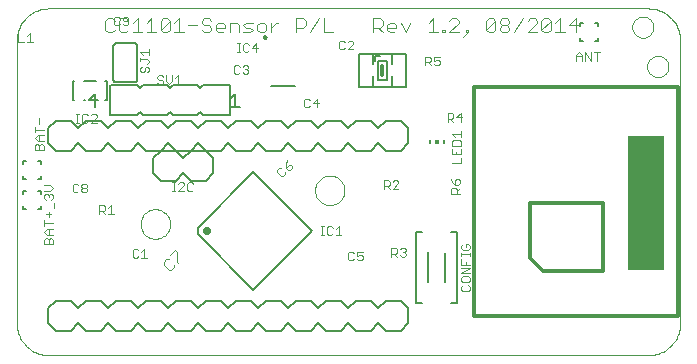
<source format=gto>
G75*
%MOIN*%
%OFA0B0*%
%FSLAX24Y24*%
%IPPOS*%
%LPD*%
%AMOC8*
5,1,8,0,0,1.08239X$1,22.5*
%
%ADD10C,0.0040*%
%ADD11C,0.0000*%
%ADD12C,0.0001*%
%ADD13C,0.0070*%
%ADD14C,0.0283*%
%ADD15C,0.0030*%
%ADD16C,0.0120*%
%ADD17R,0.1187X0.4500*%
%ADD18R,0.0059X0.0118*%
%ADD19R,0.0118X0.0118*%
%ADD20C,0.0050*%
%ADD21C,0.0080*%
%ADD22C,0.0060*%
D10*
X015130Y010797D02*
X015284Y010950D01*
X015207Y010950D01*
X015207Y011027D01*
X015284Y011027D01*
X015284Y010950D01*
X014977Y010950D02*
X014670Y010950D01*
X014977Y011257D01*
X014977Y011334D01*
X014900Y011410D01*
X014746Y011410D01*
X014670Y011334D01*
X014516Y011027D02*
X014516Y010950D01*
X014439Y010950D01*
X014439Y011027D01*
X014516Y011027D01*
X014286Y010950D02*
X013979Y010950D01*
X014133Y010950D02*
X014133Y011410D01*
X013979Y011257D01*
X013365Y011257D02*
X013212Y010950D01*
X013058Y011257D01*
X012905Y011180D02*
X012905Y011103D01*
X012598Y011103D01*
X012598Y011027D02*
X012598Y011180D01*
X012675Y011257D01*
X012828Y011257D01*
X012905Y011180D01*
X012675Y010950D02*
X012598Y011027D01*
X012675Y010950D02*
X012828Y010950D01*
X012444Y010950D02*
X012291Y011103D01*
X012368Y011103D02*
X012138Y011103D01*
X012138Y010950D02*
X012138Y011410D01*
X012368Y011410D01*
X012444Y011334D01*
X012444Y011180D01*
X012368Y011103D01*
X010796Y010950D02*
X010490Y010950D01*
X010490Y011410D01*
X010336Y011410D02*
X010029Y010950D01*
X009799Y011103D02*
X009569Y011103D01*
X009569Y010950D02*
X009569Y011410D01*
X009799Y011410D01*
X009876Y011334D01*
X009876Y011180D01*
X009799Y011103D01*
X008955Y011257D02*
X008878Y011257D01*
X008725Y011103D01*
X008725Y010950D02*
X008725Y011257D01*
X008571Y011180D02*
X008495Y011257D01*
X008341Y011257D01*
X008264Y011180D01*
X008264Y011027D01*
X008341Y010950D01*
X008495Y010950D01*
X008571Y011027D01*
X008571Y011180D01*
X008111Y011257D02*
X007881Y011257D01*
X007804Y011180D01*
X007881Y011103D01*
X008034Y011103D01*
X008111Y011027D01*
X008034Y010950D01*
X007804Y010950D01*
X007650Y010950D02*
X007650Y011180D01*
X007574Y011257D01*
X007344Y011257D01*
X007344Y010950D01*
X007190Y011103D02*
X006883Y011103D01*
X006883Y011027D02*
X006883Y011180D01*
X006960Y011257D01*
X007113Y011257D01*
X007190Y011180D01*
X007190Y011103D01*
X007113Y010950D02*
X006960Y010950D01*
X006883Y011027D01*
X006730Y011027D02*
X006653Y010950D01*
X006500Y010950D01*
X006423Y011027D01*
X006500Y011180D02*
X006653Y011180D01*
X006730Y011103D01*
X006730Y011027D01*
X006500Y011180D02*
X006423Y011257D01*
X006423Y011334D01*
X006500Y011410D01*
X006653Y011410D01*
X006730Y011334D01*
X006269Y011180D02*
X005962Y011180D01*
X005809Y010950D02*
X005502Y010950D01*
X005655Y010950D02*
X005655Y011410D01*
X005502Y011257D01*
X005349Y011334D02*
X005272Y011410D01*
X005118Y011410D01*
X005042Y011334D01*
X005042Y011027D01*
X005349Y011334D01*
X005349Y011027D01*
X005272Y010950D01*
X005118Y010950D01*
X005042Y011027D01*
X004888Y010950D02*
X004581Y010950D01*
X004428Y010950D02*
X004121Y010950D01*
X004274Y010950D02*
X004274Y011410D01*
X004121Y011257D01*
X003967Y011334D02*
X003891Y011410D01*
X003737Y011410D01*
X003660Y011334D01*
X003660Y011027D01*
X003737Y010950D01*
X003891Y010950D01*
X003967Y011027D01*
X003507Y011027D02*
X003430Y010950D01*
X003277Y010950D01*
X003200Y011027D01*
X003200Y011334D01*
X003277Y011410D01*
X003430Y011410D01*
X003507Y011334D01*
X004581Y011257D02*
X004735Y011410D01*
X004735Y010950D01*
X015897Y011027D02*
X016204Y011334D01*
X016204Y011027D01*
X016128Y010950D01*
X015974Y010950D01*
X015897Y011027D01*
X015897Y011334D01*
X015974Y011410D01*
X016128Y011410D01*
X016204Y011334D01*
X016358Y011334D02*
X016358Y011257D01*
X016435Y011180D01*
X016588Y011180D01*
X016665Y011103D01*
X016665Y011027D01*
X016588Y010950D01*
X016435Y010950D01*
X016358Y011027D01*
X016358Y011103D01*
X016435Y011180D01*
X016588Y011180D02*
X016665Y011257D01*
X016665Y011334D01*
X016588Y011410D01*
X016435Y011410D01*
X016358Y011334D01*
X016818Y010950D02*
X017125Y011410D01*
X017279Y011334D02*
X017355Y011410D01*
X017509Y011410D01*
X017585Y011334D01*
X017585Y011257D01*
X017279Y010950D01*
X017585Y010950D01*
X017739Y011027D02*
X018046Y011334D01*
X018046Y011027D01*
X017969Y010950D01*
X017816Y010950D01*
X017739Y011027D01*
X017739Y011334D01*
X017816Y011410D01*
X017969Y011410D01*
X018046Y011334D01*
X018199Y011257D02*
X018353Y011410D01*
X018353Y010950D01*
X018506Y010950D02*
X018199Y010950D01*
X018660Y011180D02*
X018967Y011180D01*
X018890Y010950D02*
X018890Y011410D01*
X018660Y011180D01*
D11*
X021305Y000180D02*
X001305Y000180D01*
X000243Y001243D02*
X000243Y010680D01*
X001305Y011743D02*
X021305Y011743D01*
X020764Y011118D02*
X020766Y011155D01*
X020772Y011192D01*
X020781Y011227D01*
X020795Y011262D01*
X020811Y011295D01*
X020832Y011326D01*
X020855Y011355D01*
X020881Y011381D01*
X020910Y011404D01*
X020941Y011425D01*
X020974Y011441D01*
X021009Y011455D01*
X021044Y011464D01*
X021081Y011470D01*
X021118Y011472D01*
X021155Y011470D01*
X021192Y011464D01*
X021227Y011455D01*
X021262Y011441D01*
X021295Y011425D01*
X021326Y011404D01*
X021355Y011381D01*
X021381Y011355D01*
X021404Y011326D01*
X021425Y011295D01*
X021441Y011262D01*
X021455Y011227D01*
X021464Y011192D01*
X021470Y011155D01*
X021472Y011118D01*
X021470Y011081D01*
X021464Y011044D01*
X021455Y011009D01*
X021441Y010974D01*
X021425Y010941D01*
X021404Y010910D01*
X021381Y010881D01*
X021355Y010855D01*
X021326Y010832D01*
X021295Y010811D01*
X021262Y010795D01*
X021227Y010781D01*
X021192Y010772D01*
X021155Y010766D01*
X021118Y010764D01*
X021081Y010766D01*
X021044Y010772D01*
X021009Y010781D01*
X020974Y010795D01*
X020941Y010811D01*
X020910Y010832D01*
X020881Y010855D01*
X020855Y010881D01*
X020832Y010910D01*
X020811Y010941D01*
X020795Y010974D01*
X020781Y011009D01*
X020772Y011044D01*
X020766Y011081D01*
X020764Y011118D01*
X022368Y010680D02*
X022368Y001243D01*
X010188Y005680D02*
X010190Y005724D01*
X010196Y005768D01*
X010206Y005811D01*
X010219Y005853D01*
X010237Y005893D01*
X010258Y005932D01*
X010282Y005969D01*
X010309Y006004D01*
X010340Y006036D01*
X010373Y006065D01*
X010409Y006091D01*
X010447Y006113D01*
X010487Y006132D01*
X010528Y006148D01*
X010571Y006160D01*
X010614Y006168D01*
X010658Y006172D01*
X010702Y006172D01*
X010746Y006168D01*
X010789Y006160D01*
X010832Y006148D01*
X010873Y006132D01*
X010913Y006113D01*
X010951Y006091D01*
X010987Y006065D01*
X011020Y006036D01*
X011051Y006004D01*
X011078Y005969D01*
X011102Y005932D01*
X011123Y005893D01*
X011141Y005853D01*
X011154Y005811D01*
X011164Y005768D01*
X011170Y005724D01*
X011172Y005680D01*
X011170Y005636D01*
X011164Y005592D01*
X011154Y005549D01*
X011141Y005507D01*
X011123Y005467D01*
X011102Y005428D01*
X011078Y005391D01*
X011051Y005356D01*
X011020Y005324D01*
X010987Y005295D01*
X010951Y005269D01*
X010913Y005247D01*
X010873Y005228D01*
X010832Y005212D01*
X010789Y005200D01*
X010746Y005192D01*
X010702Y005188D01*
X010658Y005188D01*
X010614Y005192D01*
X010571Y005200D01*
X010528Y005212D01*
X010487Y005228D01*
X010447Y005247D01*
X010409Y005269D01*
X010373Y005295D01*
X010340Y005324D01*
X010309Y005356D01*
X010282Y005391D01*
X010258Y005428D01*
X010237Y005467D01*
X010219Y005507D01*
X010206Y005549D01*
X010196Y005592D01*
X010190Y005636D01*
X010188Y005680D01*
X004376Y004555D02*
X004378Y004599D01*
X004384Y004643D01*
X004394Y004686D01*
X004407Y004728D01*
X004425Y004768D01*
X004446Y004807D01*
X004470Y004844D01*
X004497Y004879D01*
X004528Y004911D01*
X004561Y004940D01*
X004597Y004966D01*
X004635Y004988D01*
X004675Y005007D01*
X004716Y005023D01*
X004759Y005035D01*
X004802Y005043D01*
X004846Y005047D01*
X004890Y005047D01*
X004934Y005043D01*
X004977Y005035D01*
X005020Y005023D01*
X005061Y005007D01*
X005101Y004988D01*
X005139Y004966D01*
X005175Y004940D01*
X005208Y004911D01*
X005239Y004879D01*
X005266Y004844D01*
X005290Y004807D01*
X005311Y004768D01*
X005329Y004728D01*
X005342Y004686D01*
X005352Y004643D01*
X005358Y004599D01*
X005360Y004555D01*
X005358Y004511D01*
X005352Y004467D01*
X005342Y004424D01*
X005329Y004382D01*
X005311Y004342D01*
X005290Y004303D01*
X005266Y004266D01*
X005239Y004231D01*
X005208Y004199D01*
X005175Y004170D01*
X005139Y004144D01*
X005101Y004122D01*
X005061Y004103D01*
X005020Y004087D01*
X004977Y004075D01*
X004934Y004067D01*
X004890Y004063D01*
X004846Y004063D01*
X004802Y004067D01*
X004759Y004075D01*
X004716Y004087D01*
X004675Y004103D01*
X004635Y004122D01*
X004597Y004144D01*
X004561Y004170D01*
X004528Y004199D01*
X004497Y004231D01*
X004470Y004266D01*
X004446Y004303D01*
X004425Y004342D01*
X004407Y004382D01*
X004394Y004424D01*
X004384Y004467D01*
X004378Y004511D01*
X004376Y004555D01*
X021264Y009805D02*
X021266Y009842D01*
X021272Y009879D01*
X021281Y009914D01*
X021295Y009949D01*
X021311Y009982D01*
X021332Y010013D01*
X021355Y010042D01*
X021381Y010068D01*
X021410Y010091D01*
X021441Y010112D01*
X021474Y010128D01*
X021509Y010142D01*
X021544Y010151D01*
X021581Y010157D01*
X021618Y010159D01*
X021655Y010157D01*
X021692Y010151D01*
X021727Y010142D01*
X021762Y010128D01*
X021795Y010112D01*
X021826Y010091D01*
X021855Y010068D01*
X021881Y010042D01*
X021904Y010013D01*
X021925Y009982D01*
X021941Y009949D01*
X021955Y009914D01*
X021964Y009879D01*
X021970Y009842D01*
X021972Y009805D01*
X021970Y009768D01*
X021964Y009731D01*
X021955Y009696D01*
X021941Y009661D01*
X021925Y009628D01*
X021904Y009597D01*
X021881Y009568D01*
X021855Y009542D01*
X021826Y009519D01*
X021795Y009498D01*
X021762Y009482D01*
X021727Y009468D01*
X021692Y009459D01*
X021655Y009453D01*
X021618Y009451D01*
X021581Y009453D01*
X021544Y009459D01*
X021509Y009468D01*
X021474Y009482D01*
X021441Y009498D01*
X021410Y009519D01*
X021381Y009542D01*
X021355Y009568D01*
X021332Y009597D01*
X021311Y009628D01*
X021295Y009661D01*
X021281Y009696D01*
X021272Y009731D01*
X021266Y009768D01*
X021264Y009805D01*
D12*
X022367Y010680D02*
X022364Y010744D01*
X022357Y010807D01*
X022347Y010870D01*
X022333Y010933D01*
X022315Y010994D01*
X022294Y011054D01*
X022269Y011113D01*
X022241Y011170D01*
X022209Y011226D01*
X022174Y011279D01*
X022136Y011331D01*
X022095Y011380D01*
X022051Y011426D01*
X022005Y011470D01*
X021956Y011511D01*
X021904Y011549D01*
X021851Y011584D01*
X021795Y011616D01*
X021738Y011644D01*
X021679Y011669D01*
X021619Y011690D01*
X021558Y011708D01*
X021495Y011722D01*
X021432Y011732D01*
X021369Y011739D01*
X021305Y011742D01*
X001305Y011742D02*
X001241Y011739D01*
X001178Y011732D01*
X001115Y011722D01*
X001052Y011708D01*
X000991Y011690D01*
X000931Y011669D01*
X000872Y011644D01*
X000815Y011616D01*
X000759Y011584D01*
X000706Y011549D01*
X000654Y011511D01*
X000605Y011470D01*
X000559Y011426D01*
X000515Y011380D01*
X000474Y011331D01*
X000436Y011279D01*
X000401Y011226D01*
X000369Y011170D01*
X000341Y011113D01*
X000316Y011054D01*
X000295Y010994D01*
X000277Y010933D01*
X000263Y010870D01*
X000253Y010807D01*
X000246Y010744D01*
X000243Y010680D01*
X000243Y001242D02*
X000246Y001178D01*
X000253Y001115D01*
X000263Y001052D01*
X000277Y000989D01*
X000295Y000928D01*
X000316Y000868D01*
X000341Y000809D01*
X000369Y000752D01*
X000401Y000696D01*
X000436Y000643D01*
X000474Y000591D01*
X000515Y000542D01*
X000559Y000496D01*
X000605Y000452D01*
X000654Y000411D01*
X000706Y000373D01*
X000759Y000338D01*
X000815Y000306D01*
X000872Y000278D01*
X000931Y000253D01*
X000991Y000232D01*
X001052Y000214D01*
X001115Y000200D01*
X001178Y000190D01*
X001241Y000183D01*
X001305Y000180D01*
X021305Y000180D02*
X021369Y000183D01*
X021432Y000190D01*
X021495Y000200D01*
X021558Y000214D01*
X021619Y000232D01*
X021679Y000253D01*
X021738Y000278D01*
X021795Y000306D01*
X021851Y000338D01*
X021904Y000373D01*
X021956Y000411D01*
X022005Y000452D01*
X022051Y000496D01*
X022095Y000542D01*
X022136Y000591D01*
X022174Y000643D01*
X022209Y000696D01*
X022241Y000752D01*
X022269Y000809D01*
X022294Y000868D01*
X022315Y000928D01*
X022333Y000989D01*
X022347Y001052D01*
X022357Y001115D01*
X022364Y001178D01*
X022367Y001242D01*
D13*
X010084Y004325D02*
X008133Y002373D01*
X006280Y004226D01*
X006280Y004423D01*
X008133Y006276D01*
X010084Y004325D01*
D14*
X006605Y004325D03*
D15*
X005575Y003638D02*
X005531Y003682D01*
X005357Y003507D01*
X005314Y003378D02*
X005227Y003378D01*
X005140Y003291D01*
X005140Y003203D01*
X005314Y003029D01*
X005402Y003029D01*
X005489Y003116D01*
X005489Y003203D01*
X005575Y003289D02*
X005618Y003246D01*
X005575Y003289D02*
X005575Y003638D01*
X004594Y003438D02*
X004400Y003438D01*
X004497Y003438D02*
X004497Y003728D01*
X004400Y003631D01*
X004299Y003679D02*
X004251Y003728D01*
X004154Y003728D01*
X004106Y003679D01*
X004106Y003486D01*
X004154Y003438D01*
X004251Y003438D01*
X004299Y003486D01*
X003488Y004885D02*
X003295Y004885D01*
X003391Y004885D02*
X003391Y005175D01*
X003295Y005078D01*
X003193Y005030D02*
X003145Y004982D01*
X003000Y004982D01*
X003097Y004982D02*
X003193Y004885D01*
X003193Y005030D02*
X003193Y005127D01*
X003145Y005175D01*
X003000Y005175D01*
X003000Y004885D01*
X002545Y005613D02*
X002449Y005613D01*
X002400Y005661D01*
X002400Y005709D01*
X002449Y005758D01*
X002545Y005758D01*
X002594Y005709D01*
X002594Y005661D01*
X002545Y005613D01*
X002545Y005758D02*
X002594Y005806D01*
X002594Y005854D01*
X002545Y005903D01*
X002449Y005903D01*
X002400Y005854D01*
X002400Y005806D01*
X002449Y005758D01*
X002299Y005854D02*
X002251Y005903D01*
X002154Y005903D01*
X002106Y005854D01*
X002106Y005661D01*
X002154Y005613D01*
X002251Y005613D01*
X002299Y005661D01*
X001453Y005760D02*
X001356Y005856D01*
X001162Y005856D01*
X001356Y005663D02*
X001453Y005760D01*
X001356Y005663D02*
X001162Y005663D01*
X001211Y005562D02*
X001259Y005562D01*
X001307Y005513D01*
X001356Y005562D01*
X001404Y005562D01*
X001453Y005513D01*
X001453Y005417D01*
X001404Y005368D01*
X001307Y005465D02*
X001307Y005513D01*
X001211Y005562D02*
X001162Y005513D01*
X001162Y005417D01*
X001211Y005368D01*
X001501Y005267D02*
X001501Y005074D01*
X001307Y004972D02*
X001307Y004779D01*
X001211Y004876D02*
X001404Y004876D01*
X001162Y004678D02*
X001162Y004484D01*
X001162Y004581D02*
X001453Y004581D01*
X001453Y004383D02*
X001259Y004383D01*
X001162Y004286D01*
X001259Y004190D01*
X001453Y004190D01*
X001404Y004088D02*
X001356Y004088D01*
X001307Y004040D01*
X001307Y003895D01*
X001162Y003895D02*
X001162Y004040D01*
X001211Y004088D01*
X001259Y004088D01*
X001307Y004040D01*
X001404Y004088D02*
X001453Y004040D01*
X001453Y003895D01*
X001162Y003895D01*
X001307Y004190D02*
X001307Y004383D01*
X005439Y005655D02*
X005536Y005655D01*
X005488Y005655D02*
X005488Y005945D01*
X005536Y005945D02*
X005439Y005945D01*
X005636Y005897D02*
X005684Y005945D01*
X005781Y005945D01*
X005829Y005897D01*
X005829Y005848D01*
X005636Y005655D01*
X005829Y005655D01*
X005930Y005703D02*
X005979Y005655D01*
X006075Y005655D01*
X006124Y005703D01*
X005930Y005703D02*
X005930Y005897D01*
X005979Y005945D01*
X006075Y005945D01*
X006124Y005897D01*
X008929Y006295D02*
X009066Y006158D01*
X009134Y006158D01*
X009203Y006227D01*
X009203Y006295D01*
X009274Y006367D02*
X009343Y006367D01*
X009411Y006435D01*
X009411Y006503D01*
X009377Y006538D01*
X009309Y006538D01*
X009206Y006435D01*
X009274Y006367D01*
X009206Y006435D02*
X009206Y006572D01*
X009240Y006674D01*
X009066Y006432D02*
X008998Y006432D01*
X008929Y006364D01*
X008929Y006295D01*
X012483Y006010D02*
X012483Y005720D01*
X012483Y005817D02*
X012628Y005817D01*
X012676Y005865D01*
X012676Y005962D01*
X012628Y006010D01*
X012483Y006010D01*
X012579Y005817D02*
X012676Y005720D01*
X012777Y005720D02*
X012971Y005913D01*
X012971Y005962D01*
X012922Y006010D01*
X012826Y006010D01*
X012777Y005962D01*
X012777Y005720D02*
X012971Y005720D01*
X014720Y005713D02*
X014720Y005568D01*
X015010Y005568D01*
X014913Y005568D02*
X014913Y005713D01*
X014865Y005762D01*
X014768Y005762D01*
X014720Y005713D01*
X014913Y005665D02*
X015010Y005762D01*
X014962Y005863D02*
X015010Y005911D01*
X015010Y006008D01*
X014962Y006056D01*
X014913Y006056D01*
X014865Y006008D01*
X014865Y005863D01*
X014962Y005863D01*
X014865Y005863D02*
X014768Y005960D01*
X014720Y006056D01*
X014757Y006579D02*
X015048Y006579D01*
X015048Y006772D01*
X015048Y006874D02*
X014757Y006874D01*
X014757Y007067D01*
X014757Y007168D02*
X014757Y007313D01*
X014806Y007362D01*
X014999Y007362D01*
X015048Y007313D01*
X015048Y007168D01*
X014757Y007168D01*
X015048Y007067D02*
X015048Y006874D01*
X014902Y006874D02*
X014902Y006970D01*
X014854Y007463D02*
X014757Y007560D01*
X015048Y007560D01*
X015048Y007656D02*
X015048Y007463D01*
X015047Y007970D02*
X015047Y008260D01*
X014902Y008115D01*
X015096Y008115D01*
X014801Y008115D02*
X014753Y008067D01*
X014608Y008067D01*
X014704Y008067D02*
X014801Y007970D01*
X014801Y008115D02*
X014801Y008212D01*
X014753Y008260D01*
X014608Y008260D01*
X014608Y007970D01*
X014297Y009845D02*
X014201Y009845D01*
X014152Y009893D01*
X014152Y009990D02*
X014249Y010038D01*
X014297Y010038D01*
X014346Y009990D01*
X014346Y009893D01*
X014297Y009845D01*
X014152Y009990D02*
X014152Y010135D01*
X014346Y010135D01*
X014051Y010087D02*
X014051Y009990D01*
X014003Y009942D01*
X013858Y009942D01*
X013954Y009942D02*
X014051Y009845D01*
X013858Y009845D02*
X013858Y010135D01*
X014003Y010135D01*
X014051Y010087D01*
X011469Y010375D02*
X011275Y010375D01*
X011469Y010568D01*
X011469Y010617D01*
X011420Y010665D01*
X011324Y010665D01*
X011275Y010617D01*
X011174Y010617D02*
X011126Y010665D01*
X011029Y010665D01*
X010981Y010617D01*
X010981Y010423D01*
X011029Y010375D01*
X011126Y010375D01*
X011174Y010423D01*
X008280Y010440D02*
X008086Y010440D01*
X008231Y010585D01*
X008231Y010295D01*
X007985Y010343D02*
X007937Y010295D01*
X007840Y010295D01*
X007792Y010343D01*
X007792Y010537D01*
X007840Y010585D01*
X007937Y010585D01*
X007985Y010537D01*
X007692Y010585D02*
X007595Y010585D01*
X007643Y010585D02*
X007643Y010295D01*
X007595Y010295D02*
X007692Y010295D01*
X007626Y009853D02*
X007529Y009853D01*
X007481Y009804D01*
X007481Y009611D01*
X007529Y009563D01*
X007626Y009563D01*
X007674Y009611D01*
X007775Y009611D02*
X007824Y009563D01*
X007920Y009563D01*
X007969Y009611D01*
X007969Y009659D01*
X007920Y009708D01*
X007872Y009708D01*
X007920Y009708D02*
X007969Y009756D01*
X007969Y009804D01*
X007920Y009853D01*
X007824Y009853D01*
X007775Y009804D01*
X007674Y009804D02*
X007626Y009853D01*
X005719Y009225D02*
X005525Y009225D01*
X005622Y009225D02*
X005622Y009515D01*
X005525Y009418D01*
X005424Y009322D02*
X005424Y009515D01*
X005231Y009515D02*
X005231Y009322D01*
X005327Y009225D01*
X005424Y009322D01*
X005130Y009322D02*
X005081Y009370D01*
X004984Y009370D01*
X004936Y009418D01*
X004936Y009467D01*
X004984Y009515D01*
X005081Y009515D01*
X005130Y009467D01*
X005130Y009322D02*
X005130Y009273D01*
X005081Y009225D01*
X004984Y009225D01*
X004936Y009273D01*
X004604Y009608D02*
X004653Y009656D01*
X004653Y009753D01*
X004604Y009801D01*
X004556Y009801D01*
X004507Y009753D01*
X004507Y009656D01*
X004459Y009608D01*
X004411Y009608D01*
X004362Y009656D01*
X004362Y009753D01*
X004411Y009801D01*
X004604Y009902D02*
X004653Y009951D01*
X004653Y009999D01*
X004604Y010047D01*
X004362Y010047D01*
X004362Y009999D02*
X004362Y010096D01*
X004459Y010197D02*
X004362Y010294D01*
X004653Y010294D01*
X004653Y010390D02*
X004653Y010197D01*
X003920Y011175D02*
X003824Y011175D01*
X003775Y011223D01*
X003674Y011223D02*
X003626Y011175D01*
X003529Y011175D01*
X003481Y011223D01*
X003481Y011417D01*
X003529Y011465D01*
X003626Y011465D01*
X003674Y011417D01*
X003775Y011417D02*
X003775Y011368D01*
X003824Y011320D01*
X003969Y011320D01*
X003969Y011223D02*
X003969Y011417D01*
X003920Y011465D01*
X003824Y011465D01*
X003775Y011417D01*
X003969Y011223D02*
X003920Y011175D01*
X000781Y010625D02*
X000588Y010625D01*
X000685Y010625D02*
X000685Y010915D01*
X000588Y010818D01*
X000293Y010915D02*
X000293Y010625D01*
X000487Y010625D01*
X002222Y008228D02*
X002319Y008228D01*
X002270Y008228D02*
X002270Y007938D01*
X002222Y007938D02*
X002319Y007938D01*
X002418Y007986D02*
X002467Y007938D01*
X002563Y007938D01*
X002612Y007986D01*
X002713Y007938D02*
X002906Y008131D01*
X002906Y008179D01*
X002858Y008228D01*
X002761Y008228D01*
X002713Y008179D01*
X002612Y008179D02*
X002563Y008228D01*
X002467Y008228D01*
X002418Y008179D01*
X002418Y007986D01*
X002713Y007938D02*
X002906Y007938D01*
X001140Y007706D02*
X000850Y007706D01*
X000850Y007609D02*
X000850Y007803D01*
X000995Y007904D02*
X000995Y008097D01*
X000995Y007508D02*
X000995Y007315D01*
X000947Y007315D02*
X000850Y007411D01*
X000947Y007508D01*
X001140Y007508D01*
X001140Y007315D02*
X000947Y007315D01*
X000947Y007213D02*
X000898Y007213D01*
X000850Y007165D01*
X000850Y007020D01*
X001140Y007020D01*
X001140Y007165D01*
X001092Y007213D01*
X001043Y007213D01*
X000995Y007165D01*
X000995Y007020D01*
X000995Y007165D02*
X000947Y007213D01*
X009820Y008493D02*
X009868Y008445D01*
X009965Y008445D01*
X010013Y008493D01*
X010115Y008590D02*
X010308Y008590D01*
X010260Y008445D02*
X010260Y008735D01*
X010115Y008590D01*
X010013Y008687D02*
X009965Y008735D01*
X009868Y008735D01*
X009820Y008687D01*
X009820Y008493D01*
X010388Y004486D02*
X010484Y004486D01*
X010436Y004486D02*
X010436Y004196D01*
X010388Y004196D02*
X010484Y004196D01*
X010584Y004244D02*
X010633Y004196D01*
X010729Y004196D01*
X010778Y004244D01*
X010879Y004196D02*
X011072Y004196D01*
X010976Y004196D02*
X010976Y004486D01*
X010879Y004389D01*
X010778Y004437D02*
X010729Y004486D01*
X010633Y004486D01*
X010584Y004437D01*
X010584Y004244D01*
X011287Y003583D02*
X011287Y003390D01*
X011335Y003342D01*
X011432Y003342D01*
X011480Y003390D01*
X011581Y003390D02*
X011630Y003342D01*
X011727Y003342D01*
X011775Y003390D01*
X011775Y003487D01*
X011727Y003535D01*
X011678Y003535D01*
X011581Y003487D01*
X011581Y003632D01*
X011775Y003632D01*
X011480Y003583D02*
X011432Y003632D01*
X011335Y003632D01*
X011287Y003583D01*
X012733Y003567D02*
X012878Y003567D01*
X012926Y003615D01*
X012926Y003712D01*
X012878Y003760D01*
X012733Y003760D01*
X012733Y003470D01*
X012829Y003567D02*
X012926Y003470D01*
X013027Y003518D02*
X013076Y003470D01*
X013172Y003470D01*
X013221Y003518D01*
X013221Y003567D01*
X013172Y003615D01*
X013124Y003615D01*
X013172Y003615D02*
X013221Y003663D01*
X013221Y003712D01*
X013172Y003760D01*
X013076Y003760D01*
X013027Y003712D01*
X015062Y003743D02*
X015111Y003695D01*
X015304Y003695D01*
X015353Y003743D01*
X015353Y003840D01*
X015304Y003889D01*
X015207Y003889D01*
X015207Y003792D01*
X015111Y003889D02*
X015062Y003840D01*
X015062Y003743D01*
X015062Y003595D02*
X015062Y003499D01*
X015062Y003547D02*
X015353Y003547D01*
X015353Y003499D02*
X015353Y003595D01*
X015062Y003397D02*
X015062Y003204D01*
X015353Y003204D01*
X015353Y003103D02*
X015062Y003103D01*
X015207Y003204D02*
X015207Y003301D01*
X015353Y003103D02*
X015062Y002909D01*
X015353Y002909D01*
X015304Y002808D02*
X015111Y002808D01*
X015062Y002760D01*
X015062Y002663D01*
X015111Y002615D01*
X015304Y002615D01*
X015353Y002663D01*
X015353Y002760D01*
X015304Y002808D01*
X015304Y002513D02*
X015353Y002465D01*
X015353Y002368D01*
X015304Y002320D01*
X015111Y002320D01*
X015062Y002368D01*
X015062Y002465D01*
X015111Y002513D01*
X018892Y010006D02*
X018892Y010200D01*
X018989Y010296D01*
X019086Y010200D01*
X019086Y010006D01*
X019187Y010006D02*
X019187Y010296D01*
X019380Y010006D01*
X019380Y010296D01*
X019482Y010296D02*
X019675Y010296D01*
X019578Y010296D02*
X019578Y010006D01*
X019086Y010151D02*
X018892Y010151D01*
D16*
X015493Y009118D02*
X015493Y001493D01*
X022305Y001493D01*
X022305Y009118D01*
X015493Y009118D01*
X012430Y009523D02*
X012430Y009837D01*
X017368Y005243D02*
X019805Y005243D01*
X019805Y002993D01*
X017805Y002993D01*
X017368Y003430D01*
X017368Y005243D01*
D17*
X021211Y005243D03*
D18*
X014479Y007302D03*
X014006Y007302D03*
D19*
X014243Y007302D03*
D20*
X013217Y009129D02*
X012745Y009129D01*
X012745Y009483D01*
X012587Y009365D02*
X012587Y009995D01*
X012273Y009995D01*
X012273Y009365D01*
X012587Y009365D01*
X012745Y009129D02*
X012115Y009129D01*
X012115Y009483D01*
X012115Y009129D02*
X011643Y009129D01*
X011643Y010231D01*
X012115Y010231D01*
X012115Y009877D01*
X012194Y009995D02*
X012194Y010152D01*
X012351Y010152D01*
X012115Y010231D02*
X012745Y010231D01*
X012745Y009877D01*
X012745Y010231D02*
X013217Y010231D01*
X013217Y009129D01*
X009511Y009143D02*
X008724Y009143D01*
X007532Y008905D02*
X007532Y008455D01*
X007382Y008455D02*
X007682Y008455D01*
X007382Y008755D02*
X007532Y008905D01*
X008481Y010780D02*
X008483Y010793D01*
X008488Y010805D01*
X008497Y010815D01*
X008508Y010822D01*
X008520Y010826D01*
X008534Y010826D01*
X008546Y010822D01*
X008557Y010815D01*
X008566Y010805D01*
X008571Y010793D01*
X008573Y010780D01*
X008571Y010767D01*
X008566Y010755D01*
X008557Y010745D01*
X008546Y010738D01*
X008534Y010734D01*
X008520Y010734D01*
X008508Y010738D01*
X008497Y010745D01*
X008488Y010755D01*
X008483Y010767D01*
X008481Y010780D01*
X002870Y008905D02*
X002870Y008455D01*
X002945Y008680D02*
X002645Y008680D01*
X002870Y008905D01*
D21*
X003055Y007993D02*
X002555Y007993D01*
X002305Y007743D01*
X002055Y007993D01*
X001555Y007993D01*
X001305Y007743D01*
X001305Y007243D01*
X001555Y006993D01*
X002055Y006993D01*
X002305Y007243D01*
X002555Y006993D01*
X003055Y006993D01*
X003305Y007243D01*
X003555Y006993D01*
X004055Y006993D01*
X004305Y007243D01*
X004555Y006993D01*
X005055Y006993D01*
X005555Y006993D01*
X005805Y006743D01*
X006055Y006993D01*
X006555Y006993D01*
X006805Y006743D01*
X006805Y006243D01*
X006555Y005993D01*
X006055Y005993D01*
X005805Y006243D01*
X005555Y005993D01*
X005055Y005993D01*
X004805Y006243D01*
X004805Y006743D01*
X005055Y006993D01*
X005305Y007243D01*
X005555Y006993D01*
X006055Y006993D01*
X006305Y007243D01*
X006555Y006993D01*
X007055Y006993D01*
X007305Y007243D01*
X007555Y006993D01*
X008055Y006993D01*
X008305Y007243D01*
X008555Y006993D01*
X009055Y006993D01*
X009305Y007243D01*
X009555Y006993D01*
X010055Y006993D01*
X010305Y007243D01*
X010555Y006993D01*
X011055Y006993D01*
X011305Y007243D01*
X011555Y006993D01*
X012055Y006993D01*
X012305Y007243D01*
X012555Y006993D01*
X013055Y006993D01*
X013305Y007243D01*
X013305Y007743D01*
X013055Y007993D01*
X012555Y007993D01*
X012305Y007743D01*
X012055Y007993D01*
X011555Y007993D01*
X011305Y007743D01*
X011055Y007993D01*
X010555Y007993D01*
X010305Y007743D01*
X010055Y007993D01*
X009555Y007993D01*
X009305Y007743D01*
X009055Y007993D01*
X008555Y007993D01*
X008305Y007743D01*
X008055Y007993D01*
X007555Y007993D01*
X007305Y007743D01*
X007055Y007993D01*
X006555Y007993D01*
X006305Y007743D01*
X006055Y007993D01*
X005555Y007993D01*
X005305Y007743D01*
X005055Y007993D01*
X004555Y007993D01*
X004305Y007743D01*
X004055Y007993D01*
X003555Y007993D01*
X003305Y007743D01*
X003055Y007993D01*
X013554Y004299D02*
X013750Y004299D01*
X013554Y004299D02*
X013554Y001936D01*
X013750Y001936D01*
X013305Y001743D02*
X013055Y001993D01*
X012555Y001993D01*
X012305Y001743D01*
X012055Y001993D01*
X011555Y001993D01*
X011305Y001743D01*
X011055Y001993D01*
X010555Y001993D01*
X010305Y001743D01*
X010055Y001993D01*
X009555Y001993D01*
X009305Y001743D01*
X009055Y001993D01*
X008555Y001993D01*
X008305Y001743D01*
X008055Y001993D01*
X007555Y001993D01*
X007305Y001743D01*
X007055Y001993D01*
X006555Y001993D01*
X006305Y001743D01*
X006055Y001993D01*
X005555Y001993D01*
X005305Y001743D01*
X005055Y001993D01*
X004555Y001993D01*
X004305Y001743D01*
X004055Y001993D01*
X003555Y001993D01*
X003305Y001743D01*
X003055Y001993D01*
X002555Y001993D01*
X002305Y001743D01*
X002055Y001993D01*
X001555Y001993D01*
X001305Y001743D01*
X001305Y001243D01*
X001555Y000993D01*
X002055Y000993D01*
X002305Y001243D01*
X002555Y000993D01*
X003055Y000993D01*
X003305Y001243D01*
X003555Y000993D01*
X004055Y000993D01*
X004305Y001243D01*
X004555Y000993D01*
X005055Y000993D01*
X005305Y001243D01*
X005555Y000993D01*
X006055Y000993D01*
X006305Y001243D01*
X006555Y000993D01*
X007055Y000993D01*
X007305Y001243D01*
X007555Y000993D01*
X008055Y000993D01*
X008305Y001243D01*
X008555Y000993D01*
X009055Y000993D01*
X009305Y001243D01*
X009555Y000993D01*
X010055Y000993D01*
X010305Y001243D01*
X010555Y000993D01*
X011055Y000993D01*
X011305Y001243D01*
X011555Y000993D01*
X012055Y000993D01*
X012305Y001243D01*
X012555Y000993D01*
X013055Y000993D01*
X013305Y001243D01*
X013305Y001743D01*
X014735Y001936D02*
X014931Y001936D01*
X014931Y004299D01*
X014735Y004299D01*
X014538Y003590D02*
X014538Y002625D01*
X013947Y002625D02*
X013947Y003610D01*
D22*
X007368Y008180D02*
X006468Y008180D01*
X006368Y008280D01*
X006268Y008180D01*
X005468Y008180D01*
X005368Y008280D01*
X005268Y008180D01*
X004468Y008180D01*
X004368Y008280D01*
X004268Y008180D01*
X003405Y008180D01*
X003368Y008180D02*
X003368Y009180D01*
X003405Y009180D02*
X004268Y009180D01*
X004368Y009080D01*
X004468Y009180D01*
X005268Y009180D01*
X005368Y009080D01*
X005468Y009180D01*
X006268Y009180D01*
X006368Y009080D01*
X006468Y009180D01*
X007368Y009180D01*
X007368Y008180D01*
X004268Y009380D02*
X004268Y010480D01*
X004266Y010497D01*
X004262Y010514D01*
X004255Y010530D01*
X004245Y010544D01*
X004232Y010557D01*
X004218Y010567D01*
X004202Y010574D01*
X004185Y010578D01*
X004168Y010580D01*
X003568Y010580D01*
X003551Y010578D01*
X003534Y010574D01*
X003518Y010567D01*
X003504Y010557D01*
X003491Y010544D01*
X003481Y010530D01*
X003474Y010514D01*
X003470Y010497D01*
X003468Y010480D01*
X003468Y009380D01*
X003470Y009363D01*
X003474Y009346D01*
X003481Y009330D01*
X003491Y009316D01*
X003504Y009303D01*
X003518Y009293D01*
X003534Y009286D01*
X003551Y009282D01*
X003568Y009280D01*
X004168Y009280D01*
X004185Y009282D01*
X004202Y009286D01*
X004218Y009293D01*
X004232Y009303D01*
X004245Y009316D01*
X004255Y009330D01*
X004262Y009346D01*
X004266Y009363D01*
X004268Y009380D01*
X003240Y009311D02*
X003203Y009311D01*
X003240Y009311D02*
X003240Y008674D01*
X003203Y008674D01*
X002886Y008674D02*
X002849Y008674D01*
X002511Y008674D02*
X002474Y008674D01*
X002157Y008674D02*
X002120Y008674D01*
X002120Y009311D01*
X002157Y009311D01*
X002474Y009311D02*
X002886Y009311D01*
X001043Y006668D02*
X000943Y006668D01*
X001043Y006668D02*
X001043Y006568D01*
X000543Y006668D02*
X000443Y006668D01*
X000443Y006568D01*
X000443Y006168D02*
X000443Y006068D01*
X000543Y006068D01*
X000943Y006068D02*
X001043Y006068D01*
X001043Y006168D01*
X001043Y005668D02*
X000943Y005668D01*
X001043Y005668D02*
X001043Y005568D01*
X000543Y005668D02*
X000443Y005668D01*
X000443Y005568D01*
X000443Y005168D02*
X000443Y005068D01*
X000543Y005068D01*
X000943Y005068D02*
X001043Y005068D01*
X001043Y005168D01*
X019036Y010661D02*
X019036Y010761D01*
X019036Y010661D02*
X019136Y010661D01*
X019536Y010661D02*
X019636Y010661D01*
X019636Y010761D01*
X019636Y011161D02*
X019636Y011261D01*
X019536Y011261D01*
X019136Y011261D02*
X019036Y011261D01*
X019036Y011161D01*
M02*

</source>
